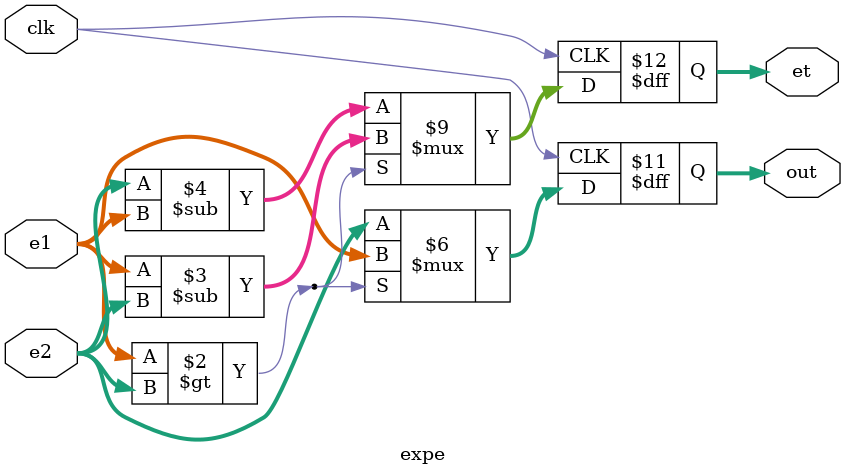
<source format=v>
module expe(
input [7:0]e1,
input [7:0]e2,
input clk,
output reg [7:0] out,
output reg [7:0] et
);

always @(posedge clk) 
begin
if (e1 > e2)	begin
	et = e1-e2;
	out = e1;
	end    
else begin
	et = e2-e1;
	out = e2;
	  end
end

endmodule

</source>
